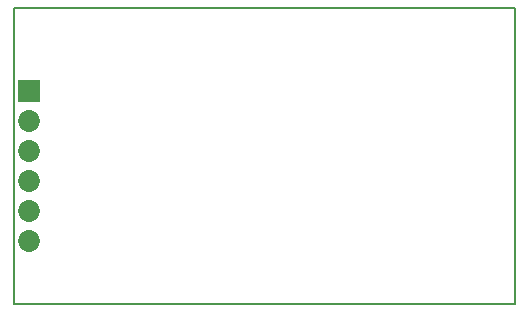
<source format=gbs>
G75*
%MOIN*%
%OFA0B0*%
%FSLAX25Y25*%
%IPPOS*%
%LPD*%
%AMOC8*
5,1,8,0,0,1.08239X$1,22.5*
%
%ADD10C,0.00600*%
%ADD11C,0.07296*%
%ADD12R,0.07296X0.07296*%
D10*
X0004069Y0007764D02*
X0004069Y0106189D01*
X0171392Y0106189D01*
X0171392Y0007764D01*
X0004069Y0007764D01*
D11*
X0009367Y0028698D03*
X0009367Y0038698D03*
X0009367Y0048698D03*
X0009367Y0058698D03*
X0009367Y0068698D03*
D12*
X0009367Y0078698D03*
M02*

</source>
